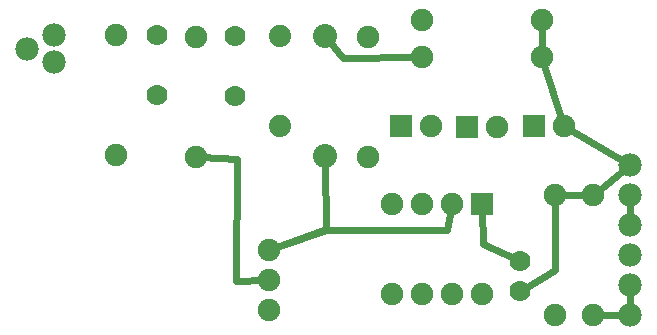
<source format=gbl>
G04 MADE WITH FRITZING*
G04 WWW.FRITZING.ORG*
G04 DOUBLE SIDED*
G04 HOLES PLATED*
G04 CONTOUR ON CENTER OF CONTOUR VECTOR*
%ASAXBY*%
%FSLAX23Y23*%
%MOIN*%
%OFA0B0*%
%SFA1.0B1.0*%
%ADD10C,0.078000*%
%ADD11C,0.037953*%
%ADD12C,0.075000*%
%ADD13C,0.070000*%
%ADD14C,0.074000*%
%ADD15C,0.080000*%
%ADD16R,0.075000X0.075000*%
%ADD17C,0.024000*%
%LNCOPPER0*%
G90*
G70*
G54D10*
X71Y1015D03*
X161Y1060D03*
X161Y970D03*
G54D11*
X71Y1015D03*
X161Y1060D03*
X161Y970D03*
G54D12*
X1587Y497D03*
X1587Y197D03*
X1487Y497D03*
X1487Y197D03*
X1387Y497D03*
X1387Y197D03*
X1287Y497D03*
X1287Y197D03*
X366Y659D03*
X366Y1059D03*
G54D13*
X504Y860D03*
X504Y1060D03*
G54D12*
X634Y655D03*
X634Y1055D03*
G54D13*
X764Y856D03*
X764Y1056D03*
G54D14*
X913Y757D03*
X913Y1057D03*
G54D15*
X1063Y656D03*
X1063Y1056D03*
G54D12*
X1205Y655D03*
X1205Y1055D03*
X1386Y1112D03*
X1786Y1112D03*
X1386Y986D03*
X1786Y986D03*
X1760Y757D03*
X1860Y757D03*
X1535Y753D03*
X1635Y753D03*
X1315Y757D03*
X1415Y757D03*
G54D13*
X1713Y206D03*
X1713Y306D03*
G54D12*
X1957Y127D03*
X1957Y527D03*
X1831Y127D03*
X1831Y527D03*
G54D10*
X2079Y626D03*
X2079Y526D03*
X2079Y426D03*
X2079Y326D03*
X2079Y226D03*
X2079Y126D03*
G54D12*
X878Y344D03*
X878Y244D03*
X878Y144D03*
G54D16*
X1587Y497D03*
X1760Y757D03*
X1535Y753D03*
X1315Y757D03*
G54D17*
X1591Y364D02*
X1587Y480D01*
D02*
X1699Y313D02*
X1591Y364D01*
D02*
X1939Y527D02*
X1848Y527D01*
D02*
X771Y647D02*
X768Y241D01*
D02*
X768Y241D02*
X860Y243D01*
D02*
X651Y654D02*
X771Y647D01*
D02*
X2079Y445D02*
X2079Y507D01*
D02*
X1875Y748D02*
X2062Y636D01*
D02*
X1786Y1003D02*
X1786Y1094D01*
D02*
X1854Y774D02*
X1791Y969D01*
D02*
X2079Y145D02*
X2079Y207D01*
D02*
X2079Y127D02*
X2079Y207D01*
D02*
X1974Y127D02*
X2079Y127D01*
D02*
X1970Y538D02*
X2064Y614D01*
D02*
X1830Y277D02*
X1831Y510D01*
D02*
X1725Y214D02*
X1830Y277D01*
D02*
X1470Y411D02*
X1483Y480D01*
D02*
X1067Y411D02*
X1470Y411D01*
D02*
X894Y350D02*
X1067Y411D01*
D02*
X1067Y414D02*
X894Y350D01*
D02*
X1063Y636D02*
X1067Y414D01*
D02*
X1122Y985D02*
X1368Y986D01*
D02*
X1076Y1041D02*
X1122Y985D01*
G04 End of Copper0*
M02*
</source>
